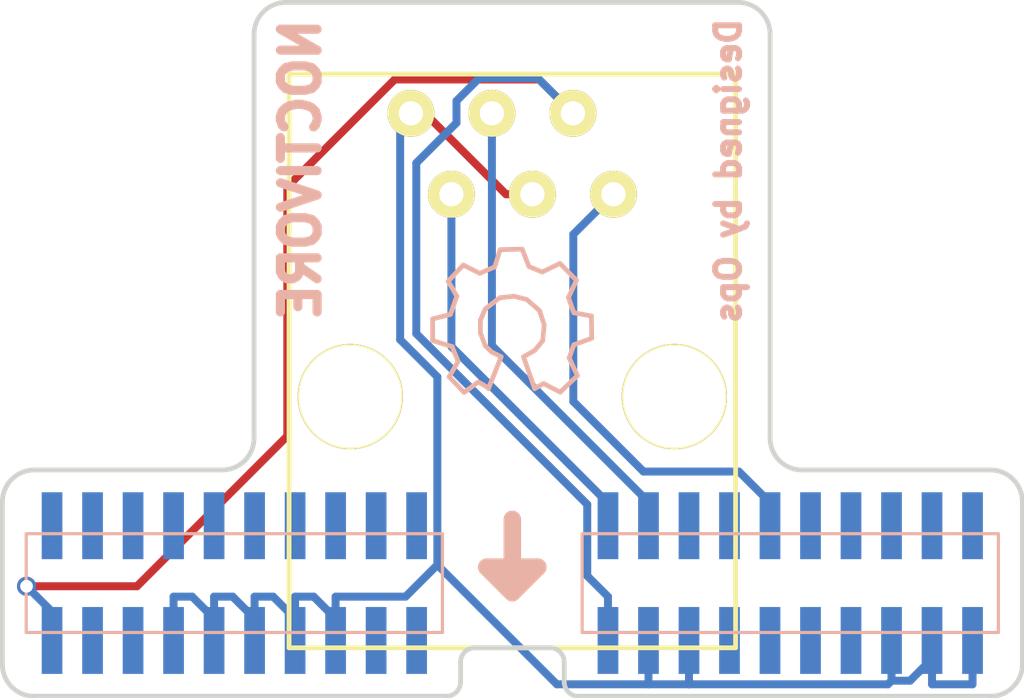
<source format=kicad_pcb>
(kicad_pcb (version 20171130) (host pcbnew "(5.1.12)-1")

  (general
    (thickness 1.6)
    (drawings 35)
    (tracks 81)
    (zones 0)
    (modules 4)
    (nets 31)
  )

  (page A4)
  (layers
    (0 F.Cu signal)
    (31 B.Cu signal)
    (32 B.Adhes user hide)
    (33 F.Adhes user hide)
    (34 B.Paste user hide)
    (35 F.Paste user hide)
    (36 B.SilkS user hide)
    (37 F.SilkS user hide)
    (38 B.Mask user hide)
    (39 F.Mask user hide)
    (40 Dwgs.User user hide)
    (41 Cmts.User user hide)
    (42 Eco1.User user hide)
    (43 Eco2.User user hide)
    (44 Edge.Cuts user)
    (45 Margin user hide)
    (46 B.CrtYd user hide)
    (47 F.CrtYd user hide)
    (48 B.Fab user hide)
    (49 F.Fab user hide)
  )

  (setup
    (last_trace_width 0.25)
    (trace_clearance 0.2)
    (zone_clearance 0.5)
    (zone_45_only no)
    (trace_min 0.2)
    (via_size 0.6)
    (via_drill 0.4)
    (via_min_size 0.4)
    (via_min_drill 0.3)
    (uvia_size 0.3)
    (uvia_drill 0.1)
    (uvias_allowed no)
    (uvia_min_size 0.2)
    (uvia_min_drill 0.1)
    (edge_width 0.15)
    (segment_width 0.2)
    (pcb_text_width 0.3)
    (pcb_text_size 1.5 1.5)
    (mod_edge_width 0.15)
    (mod_text_size 1 1)
    (mod_text_width 0.15)
    (pad_size 3.3 3.3)
    (pad_drill 3.2)
    (pad_to_mask_clearance 0.2)
    (aux_axis_origin 0 0)
    (visible_elements 7FFFFFFF)
    (pcbplotparams
      (layerselection 0x010d4_80000001)
      (usegerberextensions true)
      (usegerberattributes true)
      (usegerberadvancedattributes true)
      (creategerberjobfile true)
      (excludeedgelayer true)
      (linewidth 0.100000)
      (plotframeref false)
      (viasonmask false)
      (mode 1)
      (useauxorigin false)
      (hpglpennumber 1)
      (hpglpenspeed 20)
      (hpglpendiameter 15.000000)
      (psnegative false)
      (psa4output false)
      (plotreference true)
      (plotvalue true)
      (plotinvisibletext false)
      (padsonsilk false)
      (subtractmaskfromsilk false)
      (outputformat 1)
      (mirror false)
      (drillshape 0)
      (scaleselection 1)
      (outputdirectory "/home/ops/Documents/Earings/BGM111_Programmer/gerbers/"))
  )

  (net 0 "")
  (net 1 GND)
  (net 2 /SWDIO)
  (net 3 /RESET)
  (net 4 /SWCLK)
  (net 5 +3V3)
  (net 6 "Net-(P1-Pad8)")
  (net 7 "Net-(P1-Pad10)")
  (net 8 "Net-(P1-Pad12)")
  (net 9 "Net-(P1-Pad14)")
  (net 10 "Net-(P1-Pad5)")
  (net 11 "Net-(P1-Pad7)")
  (net 12 "Net-(P1-Pad11)")
  (net 13 "Net-(P1-Pad13)")
  (net 14 "Net-(P1-Pad15)")
  (net 15 "Net-(P1-Pad17)")
  (net 16 "Net-(P1-Pad19)")
  (net 17 "Net-(P2-Pad4)")
  (net 18 "Net-(P2-Pad6)")
  (net 19 "Net-(P2-Pad18)")
  (net 20 "Net-(P2-Pad20)")
  (net 21 "Net-(P2-Pad1)")
  (net 22 "Net-(P2-Pad3)")
  (net 23 "Net-(P2-Pad5)")
  (net 24 "Net-(P2-Pad7)")
  (net 25 "Net-(P2-Pad9)")
  (net 26 "Net-(P2-Pad11)")
  (net 27 "Net-(P2-Pad13)")
  (net 28 "Net-(P2-Pad15)")
  (net 29 "Net-(P2-Pad17)")
  (net 30 "Net-(P2-Pad19)")

  (net_class Default "This is the default net class."
    (clearance 0.2)
    (trace_width 0.25)
    (via_dia 0.6)
    (via_drill 0.4)
    (uvia_dia 0.3)
    (uvia_drill 0.1)
    (add_net +3V3)
    (add_net /RESET)
    (add_net /SWCLK)
    (add_net /SWDIO)
    (add_net GND)
    (add_net "Net-(P1-Pad10)")
    (add_net "Net-(P1-Pad11)")
    (add_net "Net-(P1-Pad12)")
    (add_net "Net-(P1-Pad13)")
    (add_net "Net-(P1-Pad14)")
    (add_net "Net-(P1-Pad15)")
    (add_net "Net-(P1-Pad17)")
    (add_net "Net-(P1-Pad19)")
    (add_net "Net-(P1-Pad5)")
    (add_net "Net-(P1-Pad7)")
    (add_net "Net-(P1-Pad8)")
    (add_net "Net-(P2-Pad1)")
    (add_net "Net-(P2-Pad11)")
    (add_net "Net-(P2-Pad13)")
    (add_net "Net-(P2-Pad15)")
    (add_net "Net-(P2-Pad17)")
    (add_net "Net-(P2-Pad18)")
    (add_net "Net-(P2-Pad19)")
    (add_net "Net-(P2-Pad20)")
    (add_net "Net-(P2-Pad3)")
    (add_net "Net-(P2-Pad4)")
    (add_net "Net-(P2-Pad5)")
    (add_net "Net-(P2-Pad6)")
    (add_net "Net-(P2-Pad7)")
    (add_net "Net-(P2-Pad9)")
  )

  (module lib:Pin_Header_Straight_2X20_Pitch_1.27mm (layer B.Cu) (tedit 56ABFB79) (tstamp 56ABF462)
    (at 155.202 110)
    (path /56AABF45)
    (fp_text reference P1 (at 0 3.75) (layer B.SilkS) hide
      (effects (font (size 1 1) (thickness 0.15)) (justify mirror))
    )
    (fp_text value "Debug Connector" (at 0 0) (layer F.Fab) hide
      (effects (font (size 1 1) (thickness 0.15)))
    )
    (fp_line (start 6.525 1.55) (end 6.525 -1.55) (layer B.SilkS) (width 0.1))
    (fp_line (start 6.525 -1.55) (end -6.525 -1.55) (layer B.SilkS) (width 0.1))
    (fp_line (start -6.525 -1.55) (end -6.525 1.55) (layer B.SilkS) (width 0.1))
    (fp_line (start -6.525 1.55) (end 6.525 1.55) (layer B.SilkS) (width 0.1))
    (pad 2 smd rect (at -5.715 1.8) (size 0.65 2.1) (layers B.Cu B.Paste B.Mask)
      (net 5 +3V3) (solder_mask_margin 0.1))
    (pad 4 smd rect (at -4.445 1.8) (size 0.65 2.1) (layers B.Cu B.Paste B.Mask)
      (net 1 GND) (solder_mask_margin 0.1))
    (pad 6 smd rect (at -3.175 1.8) (size 0.65 2.1) (layers B.Cu B.Paste B.Mask)
      (net 1 GND) (solder_mask_margin 0.1))
    (pad 8 smd rect (at -1.905 1.8) (size 0.65 2.1) (layers B.Cu B.Paste B.Mask)
      (net 6 "Net-(P1-Pad8)") (solder_mask_margin 0.1))
    (pad 10 smd rect (at -0.635 1.8) (size 0.65 2.1) (layers B.Cu B.Paste B.Mask)
      (net 7 "Net-(P1-Pad10)") (solder_mask_margin 0.1))
    (pad 12 smd rect (at 0.635 1.8) (size 0.65 2.1) (layers B.Cu B.Paste B.Mask)
      (net 8 "Net-(P1-Pad12)") (solder_mask_margin 0.1))
    (pad 14 smd rect (at 1.905 1.8) (size 0.65 2.1) (layers B.Cu B.Paste B.Mask)
      (net 9 "Net-(P1-Pad14)") (solder_mask_margin 0.1))
    (pad 16 smd rect (at 3.175 1.8) (size 0.65 2.1) (layers B.Cu B.Paste B.Mask)
      (net 1 GND) (solder_mask_margin 0.1))
    (pad 18 smd rect (at 4.445 1.8) (size 0.65 2.1) (layers B.Cu B.Paste B.Mask)
      (net 1 GND) (solder_mask_margin 0.1))
    (pad 20 smd rect (at 5.715 1.8) (size 0.65 2.1) (layers B.Cu B.Paste B.Mask)
      (net 1 GND) (solder_mask_margin 0.1))
    (pad 1 smd rect (at -5.715 -1.8) (size 0.65 2.1) (layers B.Cu B.Paste B.Mask)
      (net 2 /SWDIO) (solder_mask_margin 0.1))
    (pad 3 smd rect (at -4.445 -1.8) (size 0.65 2.1) (layers B.Cu B.Paste B.Mask)
      (net 4 /SWCLK) (solder_mask_margin 0.1))
    (pad 5 smd rect (at -3.175 -1.8) (size 0.65 2.1) (layers B.Cu B.Paste B.Mask)
      (net 10 "Net-(P1-Pad5)") (solder_mask_margin 0.1))
    (pad 7 smd rect (at -1.905 -1.8) (size 0.65 2.1) (layers B.Cu B.Paste B.Mask)
      (net 11 "Net-(P1-Pad7)") (solder_mask_margin 0.1))
    (pad 9 smd rect (at -0.635 -1.8) (size 0.65 2.1) (layers B.Cu B.Paste B.Mask)
      (net 3 /RESET) (solder_mask_margin 0.1))
    (pad 11 smd rect (at 0.635 -1.8) (size 0.65 2.1) (layers B.Cu B.Paste B.Mask)
      (net 12 "Net-(P1-Pad11)") (solder_mask_margin 0.1))
    (pad 13 smd rect (at 1.905 -1.8) (size 0.65 2.1) (layers B.Cu B.Paste B.Mask)
      (net 13 "Net-(P1-Pad13)") (solder_mask_margin 0.1))
    (pad 15 smd rect (at 3.175 -1.8) (size 0.65 2.1) (layers B.Cu B.Paste B.Mask)
      (net 14 "Net-(P1-Pad15)") (solder_mask_margin 0.1))
    (pad 17 smd rect (at 4.445 -1.8) (size 0.65 2.1) (layers B.Cu B.Paste B.Mask)
      (net 15 "Net-(P1-Pad17)") (solder_mask_margin 0.1))
    (pad 19 smd rect (at 5.715 -1.8) (size 0.65 2.1) (layers B.Cu B.Paste B.Mask)
      (net 16 "Net-(P1-Pad19)") (solder_mask_margin 0.1))
  )

  (module lib:Pin_Header_Straight_2X20_Pitch_1.27mm (layer B.Cu) (tedit 56ABFB7F) (tstamp 56ABF47A)
    (at 137.772 110)
    (path /56AABF8E)
    (fp_text reference P2 (at 0 3.75) (layer B.SilkS) hide
      (effects (font (size 1 1) (thickness 0.15)) (justify mirror))
    )
    (fp_text value "Simplicity Connector" (at 0 0) (layer F.Fab) hide
      (effects (font (size 1 1) (thickness 0.15)))
    )
    (fp_line (start 6.525 1.55) (end 6.525 -1.55) (layer B.SilkS) (width 0.1))
    (fp_line (start 6.525 -1.55) (end -6.525 -1.55) (layer B.SilkS) (width 0.1))
    (fp_line (start -6.525 -1.55) (end -6.525 1.55) (layer B.SilkS) (width 0.1))
    (fp_line (start -6.525 1.55) (end 6.525 1.55) (layer B.SilkS) (width 0.1))
    (pad 2 smd rect (at -5.715 1.8) (size 0.65 2.1) (layers B.Cu B.Paste B.Mask)
      (net 5 +3V3) (solder_mask_margin 0.1))
    (pad 4 smd rect (at -4.445 1.8) (size 0.65 2.1) (layers B.Cu B.Paste B.Mask)
      (net 17 "Net-(P2-Pad4)") (solder_mask_margin 0.1))
    (pad 6 smd rect (at -3.175 1.8) (size 0.65 2.1) (layers B.Cu B.Paste B.Mask)
      (net 18 "Net-(P2-Pad6)") (solder_mask_margin 0.1))
    (pad 8 smd rect (at -1.905 1.8) (size 0.65 2.1) (layers B.Cu B.Paste B.Mask)
      (net 1 GND) (solder_mask_margin 0.1))
    (pad 10 smd rect (at -0.635 1.8) (size 0.65 2.1) (layers B.Cu B.Paste B.Mask)
      (net 1 GND) (solder_mask_margin 0.1))
    (pad 12 smd rect (at 0.635 1.8) (size 0.65 2.1) (layers B.Cu B.Paste B.Mask)
      (net 1 GND) (solder_mask_margin 0.1))
    (pad 14 smd rect (at 1.905 1.8) (size 0.65 2.1) (layers B.Cu B.Paste B.Mask)
      (net 1 GND) (solder_mask_margin 0.1))
    (pad 16 smd rect (at 3.175 1.8) (size 0.65 2.1) (layers B.Cu B.Paste B.Mask)
      (net 1 GND) (solder_mask_margin 0.1))
    (pad 18 smd rect (at 4.445 1.8) (size 0.65 2.1) (layers B.Cu B.Paste B.Mask)
      (net 19 "Net-(P2-Pad18)") (solder_mask_margin 0.1))
    (pad 20 smd rect (at 5.715 1.8) (size 0.65 2.1) (layers B.Cu B.Paste B.Mask)
      (net 20 "Net-(P2-Pad20)") (solder_mask_margin 0.1))
    (pad 1 smd rect (at -5.715 -1.8) (size 0.65 2.1) (layers B.Cu B.Paste B.Mask)
      (net 21 "Net-(P2-Pad1)") (solder_mask_margin 0.1))
    (pad 3 smd rect (at -4.445 -1.8) (size 0.65 2.1) (layers B.Cu B.Paste B.Mask)
      (net 22 "Net-(P2-Pad3)") (solder_mask_margin 0.1))
    (pad 5 smd rect (at -3.175 -1.8) (size 0.65 2.1) (layers B.Cu B.Paste B.Mask)
      (net 23 "Net-(P2-Pad5)") (solder_mask_margin 0.1))
    (pad 7 smd rect (at -1.905 -1.8) (size 0.65 2.1) (layers B.Cu B.Paste B.Mask)
      (net 24 "Net-(P2-Pad7)") (solder_mask_margin 0.1))
    (pad 9 smd rect (at -0.635 -1.8) (size 0.65 2.1) (layers B.Cu B.Paste B.Mask)
      (net 25 "Net-(P2-Pad9)") (solder_mask_margin 0.1))
    (pad 11 smd rect (at 0.635 -1.8) (size 0.65 2.1) (layers B.Cu B.Paste B.Mask)
      (net 26 "Net-(P2-Pad11)") (solder_mask_margin 0.1))
    (pad 13 smd rect (at 1.905 -1.8) (size 0.65 2.1) (layers B.Cu B.Paste B.Mask)
      (net 27 "Net-(P2-Pad13)") (solder_mask_margin 0.1))
    (pad 15 smd rect (at 3.175 -1.8) (size 0.65 2.1) (layers B.Cu B.Paste B.Mask)
      (net 28 "Net-(P2-Pad15)") (solder_mask_margin 0.1))
    (pad 17 smd rect (at 4.445 -1.8) (size 0.65 2.1) (layers B.Cu B.Paste B.Mask)
      (net 29 "Net-(P2-Pad17)") (solder_mask_margin 0.1))
    (pad 19 smd rect (at 5.715 -1.8) (size 0.65 2.1) (layers B.Cu B.Paste B.Mask)
      (net 30 "Net-(P2-Pad19)") (solder_mask_margin 0.1))
  )

  (module lib:RJ12 (layer F.Cu) (tedit 56C0EB2A) (tstamp 56ABF44A)
    (at 146.488 104.15)
    (path /56AC2090)
    (fp_text reference J1 (at 0 -10.9) (layer F.SilkS) hide
      (effects (font (size 1 1) (thickness 0.15)))
    )
    (fp_text value FCI_RJ12 (at 0 8.8) (layer F.Fab) hide
      (effects (font (size 1 1) (thickness 0.15)))
    )
    (fp_line (start -7 -10.12) (end 7 -10.12) (layer F.SilkS) (width 0.15))
    (fp_line (start -7 7.88) (end 7 7.88) (layer F.SilkS) (width 0.15))
    (fp_line (start 7 -10.12) (end 7 7.88) (layer F.SilkS) (width 0.15))
    (fp_line (start -7 -10.12) (end -7 7.88) (layer F.SilkS) (width 0.15))
    (pad 6 thru_hole circle (at 3.17 -6.35) (size 1.4712 1.4712) (drill 0.76) (layers *.Cu *.Mask F.SilkS)
      (net 3 /RESET))
    (pad "" np_thru_hole circle (at 5.08 0) (size 3.3 3.3) (drill 3.2) (layers *.Cu *.Mask F.SilkS))
    (pad "" np_thru_hole circle (at -5.08 0) (size 3.3 3.3) (drill 3.2) (layers *.Cu *.Mask F.SilkS))
    (pad 5 thru_hole circle (at 1.9 -8.89) (size 1.4712 1.4712) (drill 0.76) (layers *.Cu *.Mask F.SilkS)
      (net 5 +3V3))
    (pad 3 thru_hole circle (at -0.64 -8.89) (size 1.4712 1.4712) (drill 0.76) (layers *.Cu *.Mask F.SilkS)
      (net 4 /SWCLK))
    (pad 1 thru_hole circle (at -3.18 -8.89) (size 1.4712 1.4712) (drill 0.76) (layers *.Cu *.Mask F.SilkS)
      (net 1 GND))
    (pad 4 thru_hole circle (at 0.63 -6.35) (size 1.4712 1.4712) (drill 0.76) (layers *.Cu *.Mask F.SilkS)
      (net 1 GND))
    (pad 2 thru_hole circle (at -1.91 -6.35) (size 1.4712 1.4712) (drill 0.76) (layers *.Cu *.Mask F.SilkS)
      (net 2 /SWDIO))
  )

  (module lib:Symbol_OSHW-Logo_SilkScreen (layer B.Cu) (tedit 56AC2892) (tstamp 56AC2887)
    (at 146.488 102 180)
    (descr "Symbol, OSHW-Logo, Silk Screen,")
    (tags "Symbol, OSHW-Logo, Silk Screen,")
    (fp_text reference REF** (at 0 3.4 180) (layer B.SilkS) hide
      (effects (font (size 1 1) (thickness 0.15)) (justify mirror))
    )
    (fp_text value Symbol_OSHW-Logo_SilkScreen (at 0 -3.2 180) (layer B.Fab) hide
      (effects (font (size 1 1) (thickness 0.15)) (justify mirror))
    )
    (fp_line (start 0.35052 -0.89916) (end 0.7493 -1.89992) (layer B.SilkS) (width 0.15))
    (fp_line (start -0.35052 -0.89916) (end -0.70104 -1.89992) (layer B.SilkS) (width 0.15))
    (fp_line (start -0.70104 -0.70104) (end -0.35052 -0.89916) (layer B.SilkS) (width 0.15))
    (fp_line (start -0.94996 -0.39878) (end -0.70104 -0.70104) (layer B.SilkS) (width 0.15))
    (fp_line (start -1.00076 0.09906) (end -0.94996 -0.39878) (layer B.SilkS) (width 0.15))
    (fp_line (start -0.8509 0.55118) (end -1.00076 0.09906) (layer B.SilkS) (width 0.15))
    (fp_line (start -0.44958 0.89916) (end -0.8509 0.55118) (layer B.SilkS) (width 0.15))
    (fp_line (start -0.0508 1.00076) (end -0.44958 0.89916) (layer B.SilkS) (width 0.15))
    (fp_line (start 0.39878 0.94996) (end -0.0508 1.00076) (layer B.SilkS) (width 0.15))
    (fp_line (start 0.8509 0.59944) (end 0.39878 0.94996) (layer B.SilkS) (width 0.15))
    (fp_line (start 1.00076 0.24892) (end 0.8509 0.59944) (layer B.SilkS) (width 0.15))
    (fp_line (start 1.00076 -0.14986) (end 1.00076 0.24892) (layer B.SilkS) (width 0.15))
    (fp_line (start 0.8509 -0.55118) (end 1.00076 -0.14986) (layer B.SilkS) (width 0.15))
    (fp_line (start 0.65024 -0.7493) (end 0.8509 -0.55118) (layer B.SilkS) (width 0.15))
    (fp_line (start 0.35052 -0.89916) (end 0.65024 -0.7493) (layer B.SilkS) (width 0.15))
    (fp_line (start -1.9304 -0.5207) (end -1.7907 -0.91948) (layer B.SilkS) (width 0.15))
    (fp_line (start -2.4892 -0.32004) (end -1.9304 -0.5207) (layer B.SilkS) (width 0.15))
    (fp_line (start -2.47904 0.381) (end -2.4892 -0.32004) (layer B.SilkS) (width 0.15))
    (fp_line (start -1.9304 0.48006) (end -2.47904 0.381) (layer B.SilkS) (width 0.15))
    (fp_line (start -1.76022 0.96012) (end -1.9304 0.48006) (layer B.SilkS) (width 0.15))
    (fp_line (start -2.00914 1.50114) (end -1.76022 0.96012) (layer B.SilkS) (width 0.15))
    (fp_line (start -1.49098 2.02946) (end -2.00914 1.50114) (layer B.SilkS) (width 0.15))
    (fp_line (start -0.9398 1.76022) (end -1.49098 2.02946) (layer B.SilkS) (width 0.15))
    (fp_line (start -0.5207 1.9304) (end -0.9398 1.76022) (layer B.SilkS) (width 0.15))
    (fp_line (start -0.30988 2.47904) (end -0.5207 1.9304) (layer B.SilkS) (width 0.15))
    (fp_line (start 0.381 2.46126) (end -0.30988 2.47904) (layer B.SilkS) (width 0.15))
    (fp_line (start 0.55118 1.92024) (end 0.381 2.46126) (layer B.SilkS) (width 0.15))
    (fp_line (start 1.02108 1.71958) (end 0.55118 1.92024) (layer B.SilkS) (width 0.15))
    (fp_line (start 1.53924 1.9812) (end 1.02108 1.71958) (layer B.SilkS) (width 0.15))
    (fp_line (start 2.00914 1.47066) (end 1.53924 1.9812) (layer B.SilkS) (width 0.15))
    (fp_line (start 1.7399 1.00076) (end 2.00914 1.47066) (layer B.SilkS) (width 0.15))
    (fp_line (start 1.94056 0.42926) (end 1.7399 1.00076) (layer B.SilkS) (width 0.15))
    (fp_line (start 2.49936 0.28956) (end 1.94056 0.42926) (layer B.SilkS) (width 0.15))
    (fp_line (start 2.49936 -0.39116) (end 2.49936 0.28956) (layer B.SilkS) (width 0.15))
    (fp_line (start 1.88976 -0.57912) (end 2.49936 -0.39116) (layer B.SilkS) (width 0.15))
    (fp_line (start 1.69926 -1.04902) (end 1.88976 -0.57912) (layer B.SilkS) (width 0.15))
    (fp_line (start 1.9812 -1.52908) (end 1.69926 -1.04902) (layer B.SilkS) (width 0.15))
    (fp_line (start 1.50876 -2.0193) (end 1.9812 -1.52908) (layer B.SilkS) (width 0.15))
    (fp_line (start 1.06934 -1.6891) (end 1.50876 -2.0193) (layer B.SilkS) (width 0.15))
    (fp_line (start 0.73914 -1.8796) (end 1.06934 -1.6891) (layer B.SilkS) (width 0.15))
    (fp_line (start -0.98044 -1.7399) (end -0.70104 -1.89992) (layer B.SilkS) (width 0.15))
    (fp_line (start -1.50114 -2.00914) (end -0.98044 -1.7399) (layer B.SilkS) (width 0.15))
    (fp_line (start -2.03962 -1.49098) (end -1.50114 -2.00914) (layer B.SilkS) (width 0.15))
    (fp_line (start -1.78054 -0.92964) (end -2.03962 -1.49098) (layer B.SilkS) (width 0.15))
  )

  (gr_line (start 146.4875 110.3) (end 145.6875 109.5) (layer B.SilkS) (width 0.55))
  (gr_line (start 147.2875 109.5) (end 146.4875 110.3) (layer B.SilkS) (width 0.55))
  (gr_line (start 145.6875 109.5) (end 147.2875 109.5) (layer B.SilkS) (width 0.55))
  (gr_line (start 146.4875 108) (end 146.4875 110) (layer B.SilkS) (width 0.55))
  (gr_line (start 148.115 112.48) (end 148.115 113.1) (layer Edge.Cuts) (width 0.15))
  (gr_line (start 144.865 112.48) (end 144.865 113.1) (layer Edge.Cuts) (width 0.15))
  (gr_line (start 145.315 112.03) (end 147.665 112.03) (layer Edge.Cuts) (width 0.15))
  (gr_line (start 144.415 113.55) (end 131.5 113.55) (layer Edge.Cuts) (width 0.15) (tstamp 56B11961))
  (gr_line (start 162.48 107.45) (end 162.48 112.55) (layer Edge.Cuts) (width 0.15))
  (gr_line (start 155.57 106.45) (end 161.48 106.45) (layer Edge.Cuts) (width 0.15))
  (gr_line (start 154.57 92.79) (end 154.57 105.45) (layer Edge.Cuts) (width 0.15))
  (gr_line (start 139.39 91.78) (end 153.57 91.78) (layer Edge.Cuts) (width 0.15))
  (gr_line (start 138.39 105.45) (end 138.39 92.78) (layer Edge.Cuts) (width 0.15))
  (gr_line (start 131.5 106.45) (end 137.39 106.45) (layer Edge.Cuts) (width 0.15))
  (gr_line (start 130.5 112.55) (end 130.5 107.45) (layer Edge.Cuts) (width 0.15))
  (gr_line (start 161.48 113.55) (end 148.565 113.55) (layer Edge.Cuts) (width 0.15))
  (gr_text "Designed by Ops" (at 153.26 97.07 90) (layer B.SilkS)
    (effects (font (size 0.75 0.75) (thickness 0.1875)) (justify mirror))
  )
  (gr_text NOCTIVORE (at 139.85 97.03 90) (layer B.SilkS)
    (effects (font (size 1.15 1.15) (thickness 0.2875)) (justify mirror))
  )
  (gr_text Connector (at 157.985 111) (layer F.Mask) (tstamp 56AC031D)
    (effects (font (size 1 1) (thickness 0.25)))
  )
  (gr_text Connector (at 134.995 111) (layer F.Mask) (tstamp 56AC02E7)
    (effects (font (size 1 1) (thickness 0.25)))
  )
  (gr_text "Tag-Connect RJ12" (at 146.49 93.03) (layer F.Mask) (tstamp 56AC026E)
    (effects (font (size 1 1) (thickness 0.25)))
  )
  (gr_text Simplicity (at 134.995 108.85) (layer F.Mask) (tstamp 56AC0258)
    (effects (font (size 1 1) (thickness 0.25)))
  )
  (gr_text Debug (at 157.985 108.85) (layer F.Mask) (tstamp 56AC0246)
    (effects (font (size 1 1) (thickness 0.25)))
  )
  (gr_arc (start 148.565 113.1) (end 148.565 113.55) (angle 90) (layer Edge.Cuts) (width 0.15) (tstamp 56B11E83))
  (gr_arc (start 147.665 112.48) (end 147.665 112.03) (angle 90) (layer Edge.Cuts) (width 0.15) (tstamp 56B11E77))
  (gr_arc (start 145.315 112.48) (end 144.865 112.48) (angle 90) (layer Edge.Cuts) (width 0.15) (tstamp 56B11E6C))
  (gr_arc (start 144.415 113.1) (end 144.865 113.1) (angle 90) (layer Edge.Cuts) (width 0.15))
  (gr_arc (start 153.57 92.78) (end 153.57 91.78) (angle 90) (layer Edge.Cuts) (width 0.15) (tstamp 56AC168A))
  (gr_arc (start 139.39 92.78) (end 138.39 92.78) (angle 90) (layer Edge.Cuts) (width 0.15) (tstamp 56AC1688))
  (gr_arc (start 137.39 105.45) (end 138.39 105.45) (angle 90) (layer Edge.Cuts) (width 0.15) (tstamp 56AC1685))
  (gr_arc (start 131.5 107.45) (end 130.5 107.45) (angle 90) (layer Edge.Cuts) (width 0.15) (tstamp 56AC1683))
  (gr_arc (start 131.5 112.55) (end 131.5 113.55) (angle 90) (layer Edge.Cuts) (width 0.15) (tstamp 56AC1681))
  (gr_arc (start 161.48 112.55) (end 162.48 112.55) (angle 90) (layer Edge.Cuts) (width 0.15) (tstamp 56AC167F))
  (gr_arc (start 161.48 107.45) (end 161.48 106.45) (angle 90) (layer Edge.Cuts) (width 0.15) (tstamp 56AC1674))
  (gr_arc (start 155.57 105.45) (end 155.57 106.45) (angle 90) (layer Edge.Cuts) (width 0.15))

  (via (at 131.25704 110.09884) (size 0.6) (drill 0.4) (layers F.Cu B.Cu) (net 5))
  (segment (start 152.027 113.1751) (end 150.757 113.1751) (width 0.25) (layer B.Cu) (net 1))
  (segment (start 152.027 113.0625) (end 152.027 113.1751) (width 0.25) (layer B.Cu) (net 1))
  (segment (start 152.027 111.8) (end 152.027 113.0625) (width 0.25) (layer B.Cu) (net 1))
  (segment (start 159.647 112.375) (end 158.9595 113.0625) (width 0.25) (layer B.Cu) (net 1))
  (segment (start 158.9595 113.0625) (end 158.377 113.0625) (width 0.25) (layer B.Cu) (net 1))
  (segment (start 158.377 113.0625) (end 158.2644 113.1751) (width 0.25) (layer B.Cu) (net 1))
  (segment (start 158.2644 113.1751) (end 152.027 113.1751) (width 0.25) (layer B.Cu) (net 1))
  (segment (start 158.377 111.8) (end 158.377 113.0625) (width 0.25) (layer B.Cu) (net 1))
  (segment (start 159.647 112.375) (end 159.647 113.1751) (width 0.25) (layer B.Cu) (net 1))
  (segment (start 159.647 111.8) (end 159.647 112.375) (width 0.25) (layer B.Cu) (net 1))
  (segment (start 160.917 111.8) (end 160.917 113.1751) (width 0.25) (layer B.Cu) (net 1))
  (segment (start 160.917 113.1751) (end 159.647 113.1751) (width 0.25) (layer B.Cu) (net 1))
  (segment (start 144.1372 109.4286) (end 143.1409 110.4249) (width 0.25) (layer B.Cu) (net 1))
  (segment (start 143.1409 110.4249) (end 140.947 110.4249) (width 0.25) (layer B.Cu) (net 1))
  (segment (start 143.308 95.26) (end 142.9704 95.5976) (width 0.25) (layer B.Cu) (net 1))
  (segment (start 142.9704 95.5976) (end 142.9704 102.3611) (width 0.25) (layer B.Cu) (net 1))
  (segment (start 142.9704 102.3611) (end 144.1372 103.5279) (width 0.25) (layer B.Cu) (net 1))
  (segment (start 144.1372 103.5279) (end 144.1372 109.4286) (width 0.25) (layer B.Cu) (net 1))
  (segment (start 144.1372 109.4286) (end 147.8837 113.1751) (width 0.25) (layer B.Cu) (net 1))
  (segment (start 147.8837 113.1751) (end 150.757 113.1751) (width 0.25) (layer B.Cu) (net 1))
  (segment (start 150.757 111.8) (end 150.757 113.1751) (width 0.25) (layer B.Cu) (net 1))
  (segment (start 135.867 111.8) (end 135.867 110.4249) (width 0.25) (layer B.Cu) (net 1))
  (segment (start 137.137 111.1124) (end 136.4495 110.4249) (width 0.25) (layer B.Cu) (net 1))
  (segment (start 136.4495 110.4249) (end 135.867 110.4249) (width 0.25) (layer B.Cu) (net 1))
  (segment (start 137.137 111.1124) (end 137.137 110.4249) (width 0.25) (layer B.Cu) (net 1))
  (segment (start 137.137 111.8) (end 137.137 111.1124) (width 0.25) (layer B.Cu) (net 1))
  (segment (start 138.407 111.1124) (end 137.7195 110.4249) (width 0.25) (layer B.Cu) (net 1))
  (segment (start 137.7195 110.4249) (end 137.137 110.4249) (width 0.25) (layer B.Cu) (net 1))
  (segment (start 138.407 111.1124) (end 138.407 110.4249) (width 0.25) (layer B.Cu) (net 1))
  (segment (start 138.407 111.8) (end 138.407 111.1124) (width 0.25) (layer B.Cu) (net 1))
  (segment (start 139.677 111.1124) (end 138.9895 110.4249) (width 0.25) (layer B.Cu) (net 1))
  (segment (start 138.9895 110.4249) (end 138.407 110.4249) (width 0.25) (layer B.Cu) (net 1))
  (segment (start 139.677 111.1124) (end 139.677 110.4249) (width 0.25) (layer B.Cu) (net 1))
  (segment (start 139.677 111.8) (end 139.677 111.1124) (width 0.25) (layer B.Cu) (net 1))
  (segment (start 140.947 111.1124) (end 140.2595 110.4249) (width 0.25) (layer B.Cu) (net 1))
  (segment (start 140.2595 110.4249) (end 139.677 110.4249) (width 0.25) (layer B.Cu) (net 1))
  (segment (start 140.947 111.1124) (end 140.947 110.4249) (width 0.25) (layer B.Cu) (net 1))
  (segment (start 140.947 111.8) (end 140.947 111.1124) (width 0.25) (layer B.Cu) (net 1))
  (segment (start 147.118 97.8) (end 146.2909 97.8) (width 0.25) (layer F.Cu) (net 1))
  (segment (start 146.2909 97.8) (end 143.7509 95.26) (width 0.25) (layer F.Cu) (net 1))
  (segment (start 143.7509 95.26) (end 143.308 95.26) (width 0.25) (layer F.Cu) (net 1))
  (segment (start 149.488 107.844) (end 149.487 107.845) (width 0.25) (layer B.Cu) (net 2))
  (segment (start 149.487 107.845) (end 149.487 108.2) (width 0.25) (layer B.Cu) (net 2))
  (segment (start 149.488 107.844) (end 149.488 107.488) (width 0.25) (layer B.Cu) (net 2))
  (segment (start 149.488 107.488) (end 144.578 102.578) (width 0.25) (layer B.Cu) (net 2))
  (segment (start 144.578 102.578) (end 144.578 97.8) (width 0.25) (layer B.Cu) (net 2))
  (segment (start 149.488 108.2) (end 149.488 107.844) (width 0.25) (layer B.Cu) (net 2))
  (segment (start 154.568 107.8375) (end 154.567 107.8385) (width 0.25) (layer B.Cu) (net 3))
  (segment (start 154.567 107.8385) (end 154.567 108.2) (width 0.25) (layer B.Cu) (net 3))
  (segment (start 154.568 107.8375) (end 154.568 108.2) (width 0.25) (layer B.Cu) (net 3))
  (segment (start 149.658 97.8) (end 148.4 99.0575) (width 0.25) (layer B.Cu) (net 3))
  (segment (start 148.4 99.0575) (end 148.4 104.3) (width 0.25) (layer B.Cu) (net 3))
  (segment (start 148.4 104.3) (end 150.6 106.5) (width 0.25) (layer B.Cu) (net 3))
  (segment (start 150.6 106.5) (end 153.592 106.5) (width 0.25) (layer B.Cu) (net 3))
  (segment (start 153.592 106.5) (end 154.568 107.475) (width 0.25) (layer B.Cu) (net 3))
  (segment (start 154.568 107.475) (end 154.568 107.8375) (width 0.25) (layer B.Cu) (net 3))
  (segment (start 150.758 107.829) (end 150.757 107.83) (width 0.25) (layer B.Cu) (net 4))
  (segment (start 150.757 107.83) (end 150.757 108.2) (width 0.25) (layer B.Cu) (net 4))
  (segment (start 150.758 107.829) (end 150.758 107.458) (width 0.25) (layer B.Cu) (net 4))
  (segment (start 150.758 107.458) (end 145.848 102.548) (width 0.25) (layer B.Cu) (net 4))
  (segment (start 145.848 102.548) (end 145.848 95.26) (width 0.25) (layer B.Cu) (net 4))
  (segment (start 150.758 108.2) (end 150.758 107.829) (width 0.25) (layer B.Cu) (net 4))
  (segment (start 144.7373 94.8706) (end 144.7373 95.5593) (width 0.25) (layer B.Cu) (net 5))
  (segment (start 144.7373 95.5593) (end 143.4767 96.8199) (width 0.25) (layer B.Cu) (net 5))
  (segment (start 143.4767 96.8199) (end 143.4767 102.1719) (width 0.25) (layer B.Cu) (net 5))
  (segment (start 143.4767 102.1719) (end 148.8369 107.5321) (width 0.25) (layer B.Cu) (net 5))
  (segment (start 148.8369 107.5321) (end 148.8369 109.7748) (width 0.25) (layer B.Cu) (net 5))
  (segment (start 148.8369 109.7748) (end 149.487 110.4249) (width 0.25) (layer B.Cu) (net 5))
  (segment (start 148.388 95.26) (end 147.2849 94.1569) (width 0.25) (layer B.Cu) (net 5))
  (segment (start 147.2849 94.1569) (end 145.451 94.1569) (width 0.25) (layer B.Cu) (net 5))
  (segment (start 145.451 94.1569) (end 144.7373 94.8706) (width 0.25) (layer B.Cu) (net 5))
  (segment (start 149.487 111.8) (end 149.487 110.4249) (width 0.25) (layer B.Cu) (net 5))
  (segment (start 132.057 110.8988) (end 131.25704 110.09884) (width 0.25) (layer B.Cu) (net 5))
  (segment (start 132.057 111.8) (end 132.057 110.8988) (width 0.25) (layer B.Cu) (net 5))
  (segment (start 147.327399 94.199399) (end 148.388 95.26) (width 0.25) (layer F.Cu) (net 5))
  (segment (start 142.798911 94.199399) (end 147.327399 94.199399) (width 0.25) (layer F.Cu) (net 5))
  (segment (start 139.432999 97.565311) (end 142.798911 94.199399) (width 0.25) (layer F.Cu) (net 5))
  (segment (start 139.432999 105.386214) (end 139.432999 97.565311) (width 0.25) (layer F.Cu) (net 5))
  (segment (start 134.720373 110.09884) (end 139.432999 105.386214) (width 0.25) (layer F.Cu) (net 5))
  (segment (start 131.25704 110.09884) (end 134.720373 110.09884) (width 0.25) (layer F.Cu) (net 5))

)

</source>
